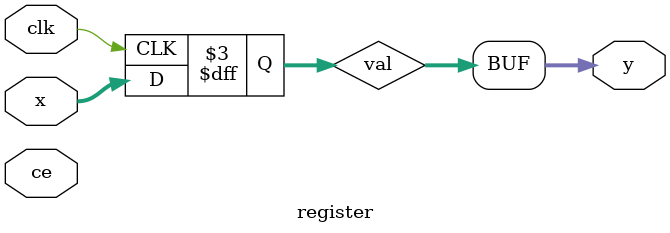
<source format=v>
`timescale 1ns / 1ps


module register #
(
parameter N = 4
)
(
input clk,
input [N-1:0] x,
input ce,
output [N-1:0] y
);

reg [N-1:0] val = 0;

always @(posedge clk)
begin
    val <= x;
end

assign y = val;

endmodule


</source>
